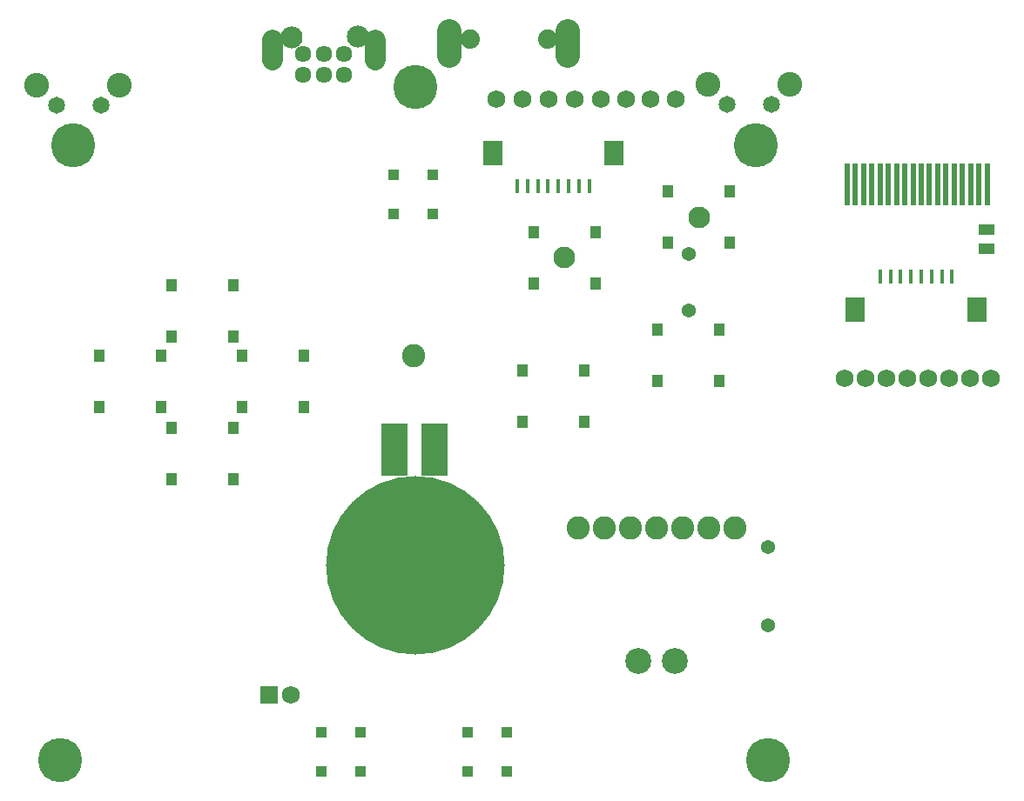
<source format=gbr>
G04 EAGLE Gerber X2 export*
%TF.Part,Single*%
%TF.FileFunction,Soldermask,Top,1*%
%TF.FilePolarity,Negative*%
%TF.GenerationSoftware,Autodesk,EAGLE,9.0.0*%
%TF.CreationDate,2018-08-21T14:51:34Z*%
G75*
%MOMM*%
%FSLAX34Y34*%
%LPD*%
%AMOC8*
5,1,8,0,0,1.08239X$1,22.5*%
G01*
%ADD10C,4.292600*%
%ADD11C,2.260600*%
%ADD12C,17.373600*%
%ADD13C,2.101600*%
%ADD14C,1.371600*%
%ADD15C,2.133600*%
%ADD16R,1.101600X1.201600*%
%ADD17R,0.400000X1.400000*%
%ADD18R,1.900000X2.350000*%
%ADD19C,1.752600*%
%ADD20R,1.752600X1.752600*%
%ADD21C,1.609600*%
%ADD22C,2.051600*%
%ADD23R,1.117600X0.990600*%
%ADD24C,2.514600*%
%ADD25R,2.641600X5.181600*%
%ADD26C,2.410100*%
%ADD27C,1.648100*%
%ADD28C,2.405300*%
%ADD29C,2.411300*%
%ADD30C,1.879600*%
%ADD31R,0.501600X4.101600*%
%ADD32R,1.498600X1.117600*%


D10*
X439420Y871220D03*
X772160Y928370D03*
X1103630Y871220D03*
X1115060Y273050D03*
X426720Y273050D03*
D11*
X770890Y666750D03*
D12*
X772160Y462280D03*
D13*
X917575Y762000D03*
X1048385Y801370D03*
D14*
X1038733Y710914D03*
X1038733Y765461D03*
D15*
X651828Y976630D03*
X716280Y976948D03*
D16*
X1007590Y691750D03*
X1007590Y641750D03*
X1067590Y691750D03*
X1067590Y641750D03*
X876780Y652380D03*
X876780Y602380D03*
X936780Y652380D03*
X936780Y602380D03*
X535150Y596500D03*
X535150Y546500D03*
X595150Y596500D03*
X595150Y546500D03*
X465300Y666350D03*
X465300Y616350D03*
X525300Y666350D03*
X525300Y616350D03*
X603730Y666350D03*
X603730Y616350D03*
X663730Y666350D03*
X663730Y616350D03*
D17*
X941463Y831418D03*
X931463Y831418D03*
X921463Y831418D03*
X911463Y831418D03*
X901463Y831418D03*
X891463Y831418D03*
X881463Y831418D03*
X871463Y831418D03*
D18*
X847463Y863918D03*
X965463Y863918D03*
D19*
X651292Y336056D03*
D20*
X630225Y336056D03*
D16*
X535150Y734930D03*
X535150Y684930D03*
X595150Y734930D03*
X595150Y684930D03*
X1018385Y826370D03*
X1018385Y776370D03*
X1078385Y826370D03*
X1078385Y776370D03*
X887575Y787000D03*
X887575Y737000D03*
X947575Y787000D03*
X947575Y737000D03*
D21*
X663260Y959960D03*
X663260Y939960D03*
X683260Y959960D03*
X683260Y939960D03*
X703260Y959960D03*
X703260Y939960D03*
D22*
X633260Y953960D02*
X633260Y973460D01*
X733260Y973460D02*
X733260Y953960D01*
D23*
X680720Y299720D03*
X718820Y299720D03*
X718820Y261620D03*
X680720Y261620D03*
X822960Y299720D03*
X861060Y299720D03*
X861060Y261620D03*
X822960Y261620D03*
X751205Y842328D03*
X789305Y842328D03*
X789305Y804228D03*
X751205Y804228D03*
D11*
X1082802Y498602D03*
X1057402Y498602D03*
X1032002Y498602D03*
X1006602Y498602D03*
X981202Y498602D03*
X955802Y498602D03*
X930402Y498602D03*
D24*
X1024382Y369062D03*
X988822Y369062D03*
D25*
X751840Y575310D03*
X791210Y575310D03*
D19*
X1001268Y916178D03*
X977138Y916178D03*
X953008Y916178D03*
X927608Y916178D03*
X902208Y916178D03*
X876808Y916178D03*
X851408Y916178D03*
X1025398Y916178D03*
D26*
X484378Y929488D03*
X404368Y929488D03*
D27*
X466598Y910438D03*
X423418Y910438D03*
D26*
X1136650Y930593D03*
X1056640Y930593D03*
D27*
X1118870Y911543D03*
X1075690Y911543D03*
D28*
X920306Y958889D02*
X920306Y981926D01*
D29*
X805498Y981956D02*
X805498Y958859D01*
D30*
X900748Y974725D03*
X825818Y974725D03*
D14*
X1115028Y480060D03*
X1115028Y403860D03*
D31*
X1256399Y833003D03*
X1264399Y833003D03*
X1248399Y833003D03*
X1240399Y833003D03*
X1232399Y833003D03*
X1224399Y833003D03*
X1216399Y833003D03*
X1208399Y833003D03*
X1272399Y833003D03*
X1280399Y833003D03*
X1288399Y833003D03*
X1296399Y833003D03*
X1304399Y833003D03*
X1312399Y833003D03*
X1200399Y833003D03*
X1192399Y833003D03*
X1320399Y833003D03*
X1328399Y833003D03*
D32*
X1327785Y770636D03*
X1327785Y789432D03*
D17*
X1224332Y743573D03*
X1234332Y743573D03*
X1244332Y743573D03*
X1254332Y743573D03*
X1264332Y743573D03*
X1274332Y743573D03*
X1284332Y743573D03*
X1294332Y743573D03*
D18*
X1318332Y711073D03*
X1200332Y711073D03*
D19*
X1189863Y644652D03*
X1210183Y644652D03*
X1230503Y644652D03*
X1250823Y644652D03*
X1271143Y644652D03*
X1291463Y644652D03*
X1311783Y644652D03*
X1332103Y644652D03*
M02*

</source>
